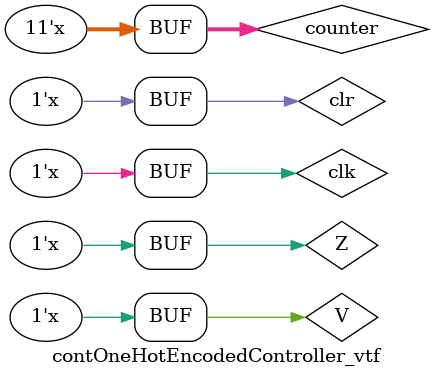
<source format=v>
`timescale 1ns / 1ps


module contOneHotEncodedController_vtf;

	parameter stateA = 7'b1000000, stateB = 7'b0100000, stateC = 7'b0010000,
			  stateD = 7'b0001000, stateE = 7'b0000100, stateF = 7'b0000010, 
			  stateG = 7'b0000001;
					
	parameter cpA = 5'b00110, cpB = 5'b10101, cpC = 5'b01110, cpD = 5'b11001,
			  cpE = 5'b01101, cpF = 5'b01000, cpG = 5'b10001;
					
	// Inputs
	reg V, Z, start, clr, clk;

	// Outputs
	wire [4:0] cp;
	wire [6:0] presState;
	reg  [4:0] cp_tc;
	reg  [6:0] presState_tc;
	reg  [10:0] counter;
	reg error;

	// Instantiate the Unit Under Test (UUT)
	contOneHotEncodedController uut (
		.cp(cp), 
		.V(V),
		.Z(Z),
		.start(start), 
		.clr(clr), 
		.clk(clk), 
		.presState(presState)
	);

	initial begin
		// Initialize Inputs
		V = 0;
		Z = 0;
		error = 0;
		start = 0;
		clr = 1'b1;
		clk = 0;
		cp_tc = 0;
		presState_tc = 0;
		counter = 0;

		// Wait 100 ns for global reset to finish
		#100;
    end
	  
	always begin
		#5 clk = ~clk;
	end
	  
	always begin
		#10 counter = counter+1;
		clr = ~counter[10];
		if(counter <= 1) start = 1'b1;
		else start = 0;
		V = counter[1];
		Z = counter[0];
	end
	
	always@(posedge clk)
	begin
		if(clr == 1'b0) begin
			presState_tc = 7'b0000000;
			cp_tc = 5'b00000;
		end
		else if(start == 1'b1)
		begin
			presState_tc = stateA;
			cp_tc = cpA;
		end
		else
		begin
			if(presState_tc == stateA)
			begin
				if({V,Z} == 2'b00)
				begin
					presState_tc = stateA;
					cp_tc = cpA;
				end
				else if({V,Z} == 2'b01)
				begin
					presState_tc = stateC;
					cp_tc =  cpC;
				end
				else if({V,Z} == 2'b10)
				begin
					presState_tc = stateG;
					cp_tc = cpG;
				end
				else if({V,Z} == 2'b11)
				begin
					presState_tc = stateD;
					cp_tc =  cpD;
				end
				else
				begin
					presState_tc = 0;
					cp_tc = 0;
				end
			end
			
			else if(presState_tc == stateB)
			begin
				if({V,Z} == 2'b00)
				begin
					presState_tc = stateD;
					cp_tc = cpD;
				end
				else if({V,Z} == 2'b01)
				begin
					presState_tc = stateA;
					cp_tc =  cpA;
				end
				else if({V,Z} == 2'b10)
				begin
					presState_tc = stateF;
					cp_tc = cpF;
				end
				else if({V,Z} == 2'b11)
				begin
					presState_tc = stateA;
					cp_tc =  cpA;
				end
				else
				begin
					presState_tc = 0;
					cp_tc = 0;
				end
			end
			
			else if(presState_tc == stateC)
			begin
				if({V,Z} == 2'b00)
				begin
					presState_tc = stateB;
					cp_tc = cpB;
				end
				else if({V,Z} == 2'b01)
				begin
					presState_tc = stateC;
					cp_tc =  cpC;
				end
				else if({V,Z} == 2'b10)
				begin
					presState_tc = stateE;
					cp_tc = cpE;
				end
				else if({V,Z} == 2'b11)
				begin
					presState_tc = stateD;
					cp_tc =  cpD;
				end
				else
				begin
					presState_tc = 0;
					cp_tc = 0;
				end
			end
			
			else if(presState_tc == stateD)
			begin
				if({V,Z} == 2'b00)
				begin
					presState_tc = stateF;
					cp_tc = cpF;
				end
				else if({V,Z} == 2'b01)
				begin
					presState_tc = stateG;
					cp_tc =  cpG;
				end
				else if({V,Z} == 2'b10)
				begin
					presState_tc = stateF;
					cp_tc = cpF;
				end
				else if({V,Z} == 2'b11)
				begin
					presState_tc = stateA;
					cp_tc =  cpA;
				end
				else
				begin
					presState_tc = 0;
					cp_tc = 0;
				end
			end
			
			else if (presState_tc == stateE)
			begin
				if({V,Z} == 2'b00)
				begin
					presState_tc = stateB;
					cp_tc = cpB;
				end
				else if({V,Z} == 2'b01)
				begin
					presState_tc = stateE;
					cp_tc =  cpE;
				end
				else if({V,Z} == 2'b10)
				begin
					presState_tc = stateG;
					cp_tc = cpG;
				end
				else if({V,Z} == 2'b11)
				begin
					presState_tc = stateB;
					cp_tc =  cpB;
				end
				else
				begin
					presState_tc = 0;
					cp_tc = 0;
				end
			end
			
			else if(presState_tc == stateF)
			begin
				if({V,Z} == 2'b00)
				begin
					presState_tc = stateA;
					cp_tc = cpA;
				end
				else if({V,Z} == 2'b01)
				begin
					presState_tc = stateB;
					cp_tc =  cpB;
				end
				else if({V,Z} == 2'b10)
				begin
					presState_tc = stateD;
					cp_tc = cpD;
				end
				else if({V,Z} == 2'b11)
				begin
					presState_tc = stateE;
					cp_tc =  cpE;
				end
				else
				begin
					presState_tc = 0;
					cp_tc = 0;
				end
			end
			
			else if(presState_tc == stateG)
			begin
				if({V,Z} == 2'b00)
				begin
					presState_tc = stateG;
					cp_tc = cpG;
				end
				else if({V,Z} == 2'b01)
				begin
					presState_tc = stateF;
					cp_tc =  cpF;
				end
				else if({V,Z} == 2'b10)
				begin
					presState_tc = stateC;
					cp_tc = cpC;
				end
				else if({V,Z} == 2'b11)
				begin
					presState_tc = stateE;
					cp_tc =  cpE;
				end
				else
				begin
					presState_tc = 0;
					cp_tc = 0;
				end
			end
			
			else
			begin
				presState_tc = 0;
				cp_tc = 0;
			end
			
			#1 if(presState_tc == presState && cp_tc == cp) error = 0;
			else error = 1;		
		end
	end        
endmodule


</source>
